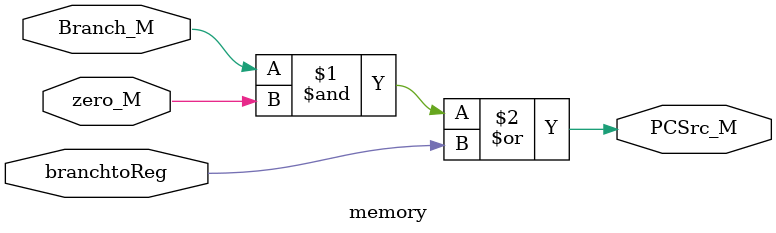
<source format=sv>

module memory (input logic Branch_M, zero_M, branchtoReg,
			   output logic PCSrc_M);

	assign PCSrc_M = (Branch_M & zero_M) | branchtoReg;

endmodule

</source>
